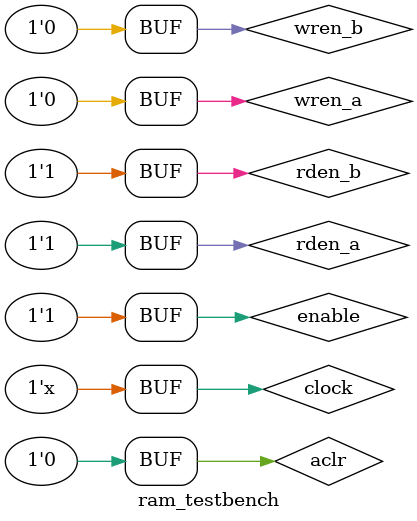
<source format=v>
`timescale 1ps/1ps
module ram_testbench();

wire	  aclr=1'b0;
reg	[11:0]  address_a;
reg	[11:0]  address_b;
reg	  clock;
reg	[15:0]  data_a;
reg	[15:0]  data_b;
reg	  enable;
wire	  rden_a=1'b1;
wire	  rden_b=1'b1;
wire	  wren_a=1'b0;
wire	  wren_b=1'b0;
wire	[15:0]  q_a;
wire	[15:0]  q_b;


initial begin
	address_a<=12'd0;
	address_b<=12'd2048;
	clock<=1'b0;
	enable<=1'b1;
end

always#5 clock=~clock;

always@(posedge clock)begin
	address_a<=address_a+1'b1;
	address_b<=address_b+1'b1;
end


ram ram_inst1(
	aclr,
	address_a,
	address_b,
	clock,
	data_a,
	data_b,
	enable,
	rden_a,
	rden_b,
	wren_a,
	wren_b,
	q_a,
	q_b);

endmodule 
</source>
